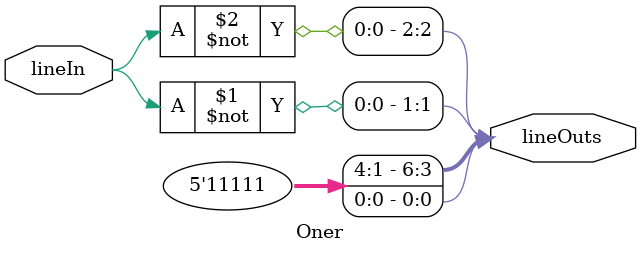
<source format=v>
module Oner(lineIn, lineOuts);

	// Define inputs and outputs
	input lineIn;
	output [6:0] lineOuts;
	
	// Assign 1 on 7 segment
	assign lineOuts[0] = 1;
	assign lineOuts[1] = ~lineIn;
	assign lineOuts[2] = ~lineIn;
	assign lineOuts[3] = 1;
	assign lineOuts[4] = 1;
	assign lineOuts[5] = 1;
	assign lineOuts[6] = 1;

endmodule
</source>
